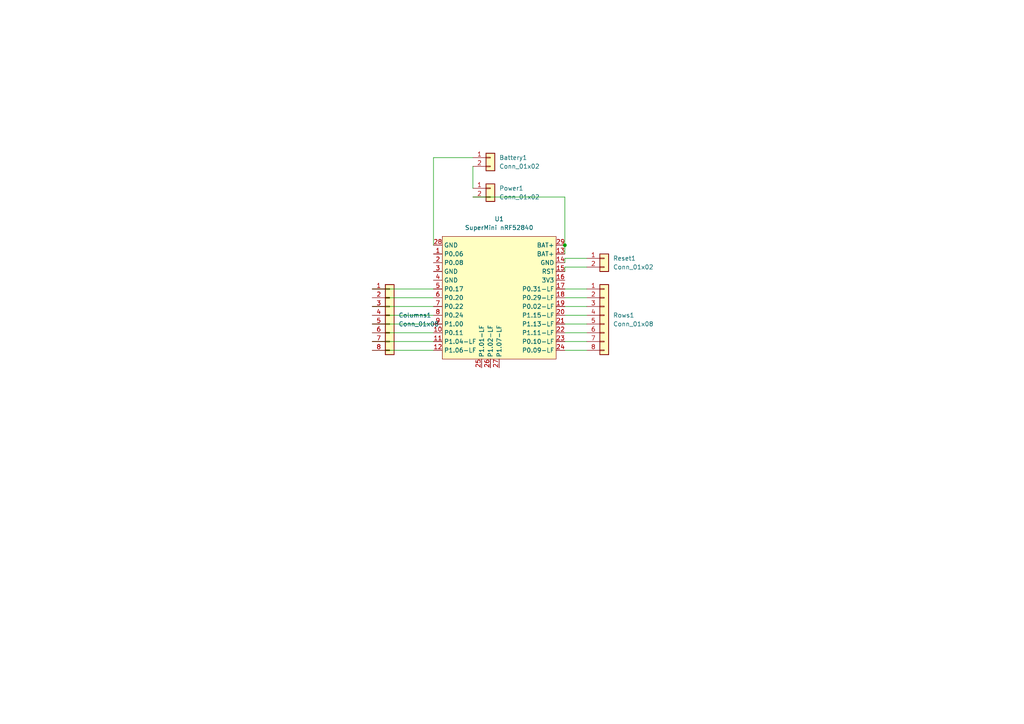
<source format=kicad_sch>
(kicad_sch (version 20250114) (generator "eeschema") (generator_version "9.0")
  (paper "A4")
  (lib_symbols
    (symbol "Connector_Generic:Conn_01x02" (pin_names (offset 1.016) (hide yes))
      (property "Reference" "J" (at 0 2.54 0))
      (property "Value" "Conn_01x02" (at 0 -5.08 0))
      (symbol "Conn_01x02_1_1"
        (rectangle (start -1.27 1.27) (end 1.27 -3.81) (stroke (width 0.254)) (fill (type background)))
        (rectangle (start -1.27 0.127) (end 0 -0.127) (stroke (width 0.1524)))
        (rectangle (start -1.27 -2.413) (end 0 -2.667) (stroke (width 0.1524)))
        (pin passive line (at -5.08 0 0) (length 3.81) (name "Pin_1") (number "1"))
        (pin passive line (at -5.08 -2.54 0) (length 3.81) (name "Pin_2") (number "2"))
      )
    )
    (symbol "Connector_Generic:Conn_01x08" (pin_names (offset 1.016) (hide yes))
      (property "Reference" "J" (at 0 10.16 0))
      (property "Value" "Conn_01x08" (at 0 -12.7 0))
      (symbol "Conn_01x08_1_1"
        (rectangle (start -1.27 8.89) (end 1.27 -11.43) (stroke (width 0.254)) (fill (type background)))
        (rectangle (start -1.27 7.747) (end 0 7.493) (stroke (width 0.1524)))
        (rectangle (start -1.27 5.207) (end 0 4.953) (stroke (width 0.1524)))
        (rectangle (start -1.27 2.667) (end 0 2.413) (stroke (width 0.1524)))
        (rectangle (start -1.27 0.127) (end 0 -0.127) (stroke (width 0.1524)))
        (rectangle (start -1.27 -2.413) (end 0 -2.667) (stroke (width 0.1524)))
        (rectangle (start -1.27 -4.953) (end 0 -5.207) (stroke (width 0.1524)))
        (rectangle (start -1.27 -7.493) (end 0 -7.747) (stroke (width 0.1524)))
        (rectangle (start -1.27 -10.033) (end 0 -10.287) (stroke (width 0.1524)))
        (pin passive line (at -5.08 7.62 0) (length 3.81) (name "Pin_1") (number "1"))
        (pin passive line (at -5.08 5.08 0) (length 3.81) (name "Pin_2") (number "2"))
        (pin passive line (at -5.08 2.54 0) (length 3.81) (name "Pin_3") (number "3"))
        (pin passive line (at -5.08 0 0) (length 3.81) (name "Pin_4") (number "4"))
        (pin passive line (at -5.08 -2.54 0) (length 3.81) (name "Pin_5") (number "5"))
        (pin passive line (at -5.08 -5.08 0) (length 3.81) (name "Pin_6") (number "6"))
        (pin passive line (at -5.08 -7.62 0) (length 3.81) (name "Pin_7") (number "7"))
        (pin passive line (at -5.08 -10.16 0) (length 3.81) (name "Pin_8") (number "8"))
      )
    )
    (symbol "PCM_marbastlib-promicroish:SuperMini_nRF52840" (in_bom no)
      (property "Reference" "U" (at 0 22.86 0))
      (property "Value" "SuperMini nRF52840" (at 0 20.32 0))
      (symbol "SuperMini_nRF52840_0_0"
        (pin bidirectional line (at -19.05 13.97 0) (length 2.54) (name "P0.06") (number "1"))
        (pin bidirectional line (at -19.05 11.43 0) (length 2.54) (name "P0.08") (number "2"))
        (pin power_out line (at -19.05 8.89 0) (length 2.54) (name "GND") (number "3"))
        (pin power_out line (at -19.05 6.35 0) (length 2.54) (name "GND") (number "4"))
        (pin bidirectional line (at -19.05 3.81 0) (length 2.54) (name "P0.17") (number "5"))
        (pin bidirectional line (at -19.05 1.27 0) (length 2.54) (name "P0.20") (number "6"))
        (pin bidirectional line (at -19.05 -1.27 0) (length 2.54) (name "P0.22") (number "7"))
        (pin bidirectional line (at -19.05 -3.81 0) (length 2.54) (name "P0.24") (number "8"))
        (pin bidirectional line (at -19.05 -6.35 0) (length 2.54) (name "P1.00") (number "9"))
        (pin bidirectional line (at -19.05 -8.89 0) (length 2.54) (name "P0.11") (number "10"))
        (pin bidirectional line (at -19.05 -11.43 0) (length 2.54) (name "P1.04-LF") (number "11"))
        (pin bidirectional line (at -19.05 -13.97 0) (length 2.54) (name "P1.06-LF") (number "12"))
        (pin power_out line (at 19.05 11.43 180) (length 2.54) (name "GND") (number "14"))
        (pin bidirectional line (at 19.05 8.89 180) (length 2.54) (name "RST") (number "15"))
        (pin bidirectional line (at 19.05 3.81 180) (length 2.54) (name "P0.31-LF") (number "17"))
        (pin bidirectional line (at 19.05 1.27 180) (length 2.54) (name "P0.29-LF") (number "18"))
        (pin bidirectional line (at 19.05 -1.27 180) (length 2.54) (name "P0.02-LF") (number "19"))
        (pin bidirectional line (at 19.05 -3.81 180) (length 2.54) (name "P1.15-LF") (number "20"))
        (pin bidirectional line (at 19.05 -6.35 180) (length 2.54) (name "P1.13-LF") (number "21"))
        (pin bidirectional line (at 19.05 -8.89 180) (length 2.54) (name "P1.11-LF") (number "22"))
        (pin bidirectional line (at 19.05 -13.97 180) (length 2.54) (name "P0.09-LF") (number "24"))
      )
      (symbol "SuperMini_nRF52840_1_0"
        (pin power_out line (at -19.05 16.51 0) (length 2.54) (name "GND") (number "28"))
        (pin bidirectional line (at -5.08 -19.05 90) (length 2.54) (name "P1.01-LF") (number "25"))
        (pin bidirectional line (at -2.54 -19.05 90) (length 2.54) (name "P1.02-LF") (number "26"))
        (pin bidirectional line (at 0 -19.05 90) (length 2.54) (name "P1.07-LF") (number "27"))
        (pin power_out line (at 19.05 16.51 180) (length 2.54) (name "BAT+") (number "29"))
        (pin power_out line (at 19.05 13.97 180) (length 2.54) (name "BAT+") (number "13"))
        (pin power_out line (at 19.05 6.35 180) (length 2.54) (name "3V3") (number "16"))
        (pin bidirectional line (at 19.05 -11.43 180) (length 2.54) (name "P0.10-LF") (number "23"))
      )
      (symbol "SuperMini_nRF52840_1_1"
        (rectangle (start -16.51 19.05) (end 16.51 -16.51) (fill (type background)))
      )
    )
  )
  (junction (at 163.83 71.12))
  (wire (pts (xy 163.83 93.98) (xy 170.18 93.98)))
  (wire (pts (xy 170.18 74.93) (xy 163.83 74.93)))
  (wire (pts (xy 107.95 96.52) (xy 125.73 96.52)))
  (wire (pts (xy 163.83 91.44) (xy 170.18 91.44)))
  (wire (pts (xy 163.83 74.93) (xy 163.83 76.2)))
  (wire (pts (xy 107.95 86.36) (xy 125.73 86.36)))
  (wire (pts (xy 107.95 99.06) (xy 125.73 99.06)))
  (wire (pts (xy 163.83 57.15) (xy 163.83 71.12)))
  (wire (pts (xy 163.83 83.82) (xy 170.18 83.82)))
  (wire (pts (xy 125.73 45.72) (xy 125.73 71.12)))
  (wire (pts (xy 107.95 88.9) (xy 125.73 88.9)))
  (wire (pts (xy 107.95 93.98) (xy 125.73 93.98)))
  (wire (pts (xy 163.83 96.52) (xy 170.18 96.52)))
  (wire (pts (xy 170.18 77.47) (xy 163.83 77.47)))
  (wire (pts (xy 107.95 101.6) (xy 125.73 101.6)))
  (wire (pts (xy 137.16 57.15) (xy 163.83 57.15)))
  (wire (pts (xy 163.83 71.12) (xy 163.83 73.66)))
  (wire (pts (xy 163.83 99.06) (xy 170.18 99.06)))
  (wire (pts (xy 107.95 83.82) (xy 125.73 83.82)))
  (wire (pts (xy 107.95 91.44) (xy 125.73 91.44)))
  (wire (pts (xy 163.83 101.6) (xy 170.18 101.6)))
  (wire (pts (xy 163.83 88.9) (xy 170.18 88.9)))
  (wire (pts (xy 163.83 86.36) (xy 170.18 86.36)))
  (wire (pts (xy 163.83 77.47) (xy 163.83 78.74)))
  (wire (pts (xy 137.16 48.26) (xy 137.16 54.61)))
  (wire (pts (xy 137.16 45.72) (xy 125.73 45.72)))
  (symbol (lib_id "PCM_marbastlib-promicroish:SuperMini_nRF52840") (at 144.78 87.63 0) (unit 1) (in_bom no)
    (property "Reference" "U1" (at 144.78 63.5 0))
    (property "Value" "SuperMini nRF52840" (at 144.78 66.04 0))
    (property "Footprint" "PCM_marbastlib-xp-promicroish:SuperMini_nRF52840_AH_USBup" (effects (hide yes)))
    (property "Datasheet" "https://wiki.icbbuy.com/doku.php?id=developmentboard:nrf52840" (effects (hide yes)))
    (property "Description" "Symbol for an nicekeyboards nice!nano" (effects (hide yes)))
  )
  (symbol (lib_id "Connector_Generic:Conn_01x02") (at 142.24 45.72 0) (unit 1)
    (property "Reference" "Battery1" (at 144.78 45.7199 0) (effects (justify left)))
    (property "Value" "Conn_01x02" (at 144.78 48.2599 0) (effects (justify left)))
    (property "Footprint" "Connector_JST:JST_PH_B2B-PH-K_1x02_P2.00mm_Vertical" (effects (hide yes)))
    (property "Description" "Generic connector, single row, 01x02, script generated (kicad-library-utils/schlib/autogen/connector/)" (effects (hide yes)))
  )
  (symbol (lib_id "Connector_Generic:Conn_01x02") (at 175.26 74.93 0) (unit 1)
    (property "Reference" "Reset1" (at 177.8 74.9299 0) (effects (justify left)))
    (property "Value" "Conn_01x02" (at 177.8 77.4699 0) (effects (justify left)))
    (property "Footprint" "Connector_JST:JST_PH_B2B-PH-K_1x02_P2.00mm_Vertical" (effects (hide yes)))
    (property "Description" "Generic connector, single row, 01x02, script generated (kicad-library-utils/schlib/autogen/connector/)" (effects (hide yes)))
  )
  (symbol (lib_id "Connector_Generic:Conn_01x08") (at 113.03 91.44 0) (unit 1)
    (property "Reference" "Columns1" (at 115.57 91.4399 0) (effects (justify left)))
    (property "Value" "Conn_01x08" (at 115.57 93.9799 0) (effects (justify left)))
    (property "Footprint" "Connector_JST:JST_PH_B8B-PH-K_1x08_P2.00mm_Vertical" (effects (hide yes)))
    (property "Description" "Generic connector, single row, 01x08, script generated (kicad-library-utils/schlib/autogen/connector/)" (effects (hide yes)))
  )
  (symbol (lib_id "Connector_Generic:Conn_01x02") (at 142.24 54.61 0) (unit 1)
    (property "Reference" "Power1" (at 144.78 54.6099 0) (effects (justify left)))
    (property "Value" "Conn_01x02" (at 144.78 57.1499 0) (effects (justify left)))
    (property "Footprint" "Connector_JST:JST_PH_B2B-PH-K_1x02_P2.00mm_Vertical" (effects (hide yes)))
    (property "Description" "Generic connector, single row, 01x02, script generated (kicad-library-utils/schlib/autogen/connector/)" (effects (hide yes)))
  )
  (symbol (lib_id "Connector_Generic:Conn_01x08") (at 175.26 91.44 0) (unit 1)
    (property "Reference" "Rows1" (at 177.8 91.4399 0) (effects (justify left)))
    (property "Value" "Conn_01x08" (at 177.8 93.9799 0) (effects (justify left)))
    (property "Footprint" "Connector_JST:JST_PH_B8B-PH-K_1x08_P2.00mm_Vertical" (effects (hide yes)))
    (property "Description" "Generic connector, single row, 01x08, script generated (kicad-library-utils/schlib/autogen/connector/)" (effects (hide yes)))
  )
)
</source>
